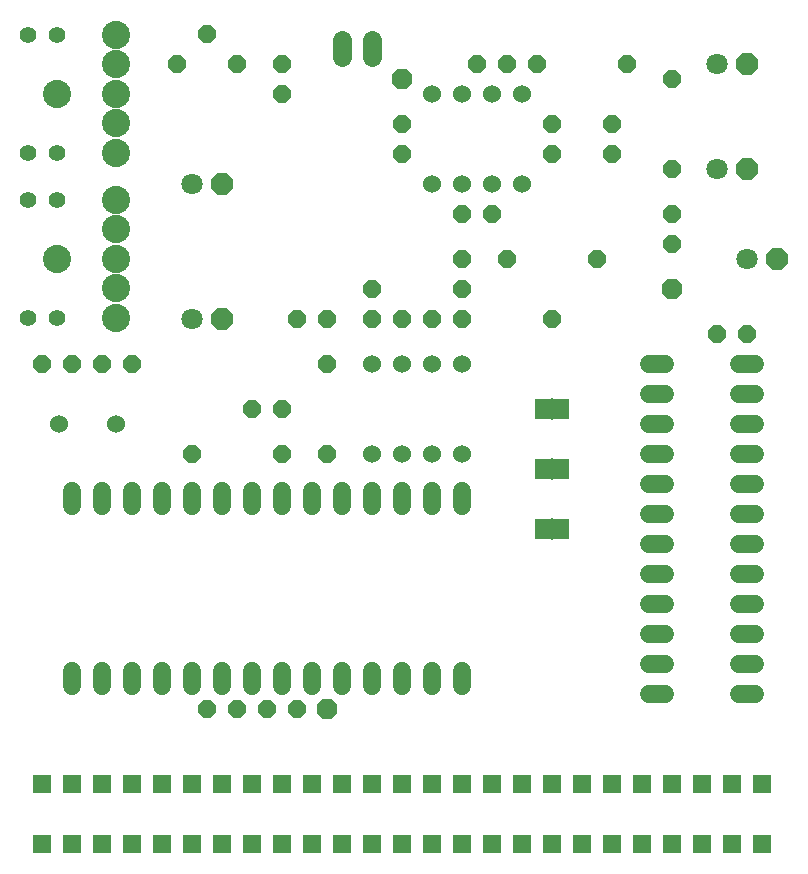
<source format=gbs>
G04 EAGLE Gerber RS-274X export*
G75*
%MOMM*%
%FSLAX34Y34*%
%LPD*%
%INSoldermask Bottom*%
%IPPOS*%
%AMOC8*
5,1,8,0,0,1.08239X$1,22.5*%
G01*
%ADD10R,1.611200X1.611200*%
%ADD11C,1.524000*%
%ADD12P,1.649562X8X202.500000*%
%ADD13P,1.951982X8X22.500000*%
%ADD14C,1.803400*%
%ADD15C,1.524000*%
%ADD16P,1.649562X8X22.500000*%
%ADD17P,1.649562X8X292.500000*%
%ADD18C,1.625600*%
%ADD19C,2.387600*%
%ADD20C,1.403200*%
%ADD21P,1.869504X8X22.500000*%
%ADD22P,1.649562X8X112.500000*%
%ADD23R,1.371600X1.803400*%
%ADD24R,0.152400X1.828800*%


D10*
X38100Y25400D03*
X38100Y76200D03*
X63500Y25400D03*
X63500Y76200D03*
X88900Y25400D03*
X88900Y76200D03*
X114300Y25400D03*
X114300Y76200D03*
X139700Y25400D03*
X139700Y76200D03*
X165100Y25400D03*
X165100Y76200D03*
X190500Y25400D03*
X190500Y76200D03*
X215900Y25400D03*
X215900Y76200D03*
X241300Y25400D03*
X241300Y76200D03*
X266700Y25400D03*
X266700Y76200D03*
X292100Y25400D03*
X292100Y76200D03*
X317500Y25400D03*
X317500Y76200D03*
X342900Y25400D03*
X342900Y76200D03*
X368300Y25400D03*
X368300Y76200D03*
X393700Y25400D03*
X393700Y76200D03*
X419100Y25400D03*
X419100Y76200D03*
X444500Y25400D03*
X444500Y76200D03*
X469900Y25400D03*
X469900Y76200D03*
X495300Y25400D03*
X495300Y76200D03*
X520700Y25400D03*
X520700Y76200D03*
X546100Y25400D03*
X546100Y76200D03*
X571500Y25400D03*
X571500Y76200D03*
X596900Y25400D03*
X596900Y76200D03*
X622300Y25400D03*
X622300Y76200D03*
X647700Y25400D03*
X647700Y76200D03*
D11*
X565404Y431800D02*
X552196Y431800D01*
X552196Y406400D02*
X565404Y406400D01*
X565404Y381000D02*
X552196Y381000D01*
X552196Y355600D02*
X565404Y355600D01*
X565404Y330200D02*
X552196Y330200D01*
X552196Y304800D02*
X565404Y304800D01*
X565404Y279400D02*
X552196Y279400D01*
X552196Y254000D02*
X565404Y254000D01*
X565404Y228600D02*
X552196Y228600D01*
X552196Y203200D02*
X565404Y203200D01*
X565404Y177800D02*
X552196Y177800D01*
X552196Y152400D02*
X565404Y152400D01*
X628396Y152400D02*
X641604Y152400D01*
X641604Y177800D02*
X628396Y177800D01*
X628396Y203200D02*
X641604Y203200D01*
X641604Y228600D02*
X628396Y228600D01*
X628396Y254000D02*
X641604Y254000D01*
X641604Y279400D02*
X628396Y279400D01*
X628396Y304800D02*
X641604Y304800D01*
X641604Y330200D02*
X628396Y330200D01*
X628396Y355600D02*
X641604Y355600D01*
X641604Y381000D02*
X628396Y381000D01*
X628396Y406400D02*
X641604Y406400D01*
X641604Y431800D02*
X628396Y431800D01*
D12*
X635000Y457200D03*
X609600Y457200D03*
D13*
X660400Y520700D03*
D14*
X635000Y520700D03*
D11*
X63500Y171704D02*
X63500Y158496D01*
X88900Y158496D02*
X88900Y171704D01*
X114300Y171704D02*
X114300Y158496D01*
X139700Y158496D02*
X139700Y171704D01*
X165100Y171704D02*
X165100Y158496D01*
X190500Y158496D02*
X190500Y171704D01*
X215900Y171704D02*
X215900Y158496D01*
X241300Y158496D02*
X241300Y171704D01*
X266700Y171704D02*
X266700Y158496D01*
X292100Y158496D02*
X292100Y171704D01*
X317500Y171704D02*
X317500Y158496D01*
X342900Y158496D02*
X342900Y171704D01*
X368300Y171704D02*
X368300Y158496D01*
X393700Y158496D02*
X393700Y171704D01*
X393700Y310896D02*
X393700Y324104D01*
X368300Y324104D02*
X368300Y310896D01*
X342900Y310896D02*
X342900Y324104D01*
X317500Y324104D02*
X317500Y310896D01*
X292100Y310896D02*
X292100Y324104D01*
X266700Y324104D02*
X266700Y310896D01*
X241300Y310896D02*
X241300Y324104D01*
X215900Y324104D02*
X215900Y310896D01*
X190500Y310896D02*
X190500Y324104D01*
X165100Y324104D02*
X165100Y310896D01*
X139700Y310896D02*
X139700Y324104D01*
X114300Y324104D02*
X114300Y310896D01*
X88900Y310896D02*
X88900Y324104D01*
X63500Y324104D02*
X63500Y310896D01*
D15*
X52070Y381000D03*
X100330Y381000D03*
D16*
X38100Y431800D03*
X63500Y431800D03*
D12*
X114300Y431800D03*
X88900Y431800D03*
D16*
X228600Y139700D03*
X254000Y139700D03*
D12*
X203200Y139700D03*
X177800Y139700D03*
X152654Y685800D03*
X202946Y685800D03*
X177800Y711200D03*
D17*
X241300Y685800D03*
X241300Y660400D03*
D15*
X368300Y584200D03*
X393700Y584200D03*
X393700Y660400D03*
X368300Y660400D03*
X419100Y584200D03*
X444500Y584200D03*
X419100Y660400D03*
X444500Y660400D03*
D16*
X406400Y685800D03*
X431800Y685800D03*
D17*
X342900Y635000D03*
X342900Y609600D03*
X469900Y635000D03*
X469900Y609600D03*
D13*
X190500Y469900D03*
D14*
X165100Y469900D03*
D12*
X533400Y685800D03*
X457200Y685800D03*
D17*
X520700Y635000D03*
X520700Y609600D03*
D18*
X292100Y691388D02*
X292100Y705612D01*
X317500Y705612D02*
X317500Y691388D01*
D19*
X50800Y520700D03*
X100800Y545700D03*
X100800Y570700D03*
X100800Y495700D03*
X100800Y470700D03*
D20*
X50800Y570700D03*
X25800Y570700D03*
X25800Y470700D03*
X50800Y470700D03*
D19*
X100800Y520300D03*
D21*
X342900Y673100D03*
D17*
X571500Y673100D03*
X571500Y596900D03*
D13*
X635000Y596900D03*
D14*
X609600Y596900D03*
D13*
X635000Y685800D03*
D14*
X609600Y685800D03*
D17*
X571500Y558800D03*
X571500Y533400D03*
D19*
X50800Y660400D03*
X100800Y685400D03*
X100800Y710400D03*
X100800Y635400D03*
X100800Y610400D03*
D20*
X50800Y710400D03*
X25800Y710400D03*
X25800Y610400D03*
X50800Y610400D03*
D19*
X100800Y660000D03*
D21*
X571500Y495300D03*
D22*
X279400Y355600D03*
X279400Y431800D03*
D12*
X279400Y469900D03*
X254000Y469900D03*
D15*
X317500Y355600D03*
X342900Y355600D03*
X342900Y431800D03*
X317500Y431800D03*
X368300Y355600D03*
X393700Y355600D03*
X368300Y431800D03*
X393700Y431800D03*
D12*
X368300Y469900D03*
X342900Y469900D03*
X469900Y469900D03*
X393700Y469900D03*
D17*
X393700Y520700D03*
X393700Y495300D03*
D22*
X317500Y469900D03*
X317500Y495300D03*
D12*
X241300Y355600D03*
X165100Y355600D03*
X241300Y393700D03*
X215900Y393700D03*
D13*
X190500Y584200D03*
D14*
X165100Y584200D03*
D12*
X508000Y520700D03*
X431800Y520700D03*
D23*
X477520Y393700D03*
X462280Y393700D03*
D24*
X469900Y393700D03*
D23*
X477520Y342900D03*
X462280Y342900D03*
D24*
X469900Y342900D03*
D23*
X477520Y292100D03*
X462280Y292100D03*
D24*
X469900Y292100D03*
D12*
X419100Y558800D03*
X393700Y558800D03*
D21*
X279400Y139700D03*
M02*

</source>
